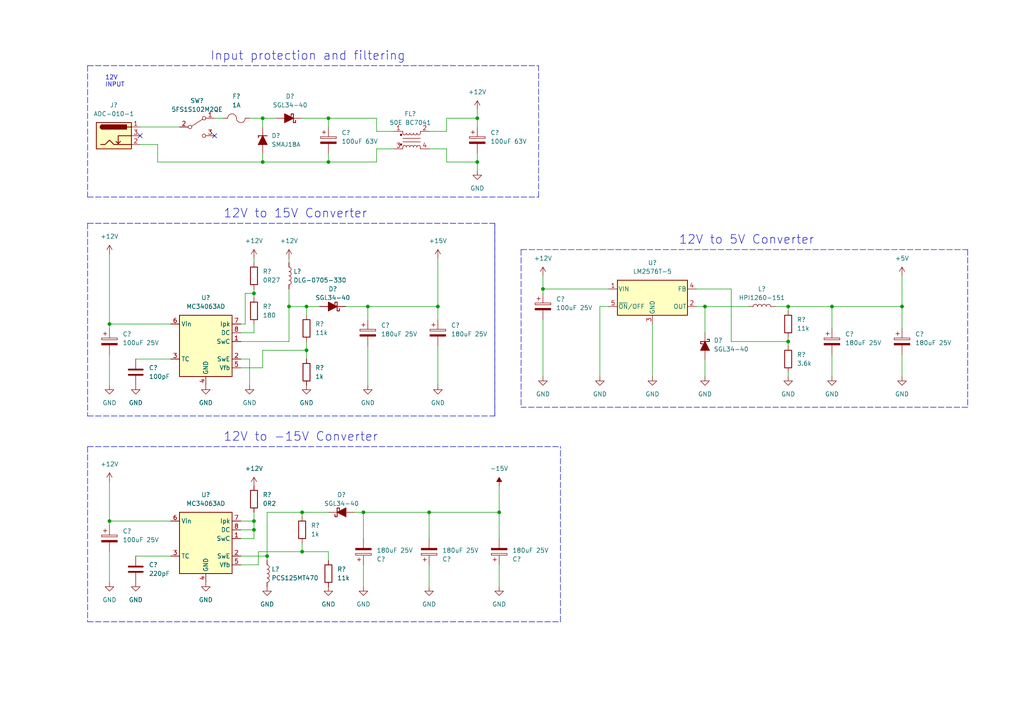
<source format=kicad_sch>
(kicad_sch (version 20211123) (generator eeschema)
  (paper "A4")
  (lib_symbols
    (symbol "4ms_Power-symbol:GND" (power) (pin_names (offset 0))
      (property "Value" "GND" (at 0 -3.81 0))
      (symbol "GND_0_1"
        (polyline (pts (xy 0 0) (xy 0 -1.27) (xy 1.27 -1.27) (xy 0 -2.54) (xy -1.27 -1.27) (xy 0 -1.27)))
      )
      (symbol "GND_1_1"
        (pin power_in line (at 0 0 270) (length 0) hide (name "GND") (number "1"))
      )
    )
    (symbol "Connector:Barrel_Jack_Switch" (pin_names hide)
      (property "Reference" "J" (at 0 5.334 0))
      (property "Value" "Barrel_Jack_Switch" (at 0 -5.08 0))
      (symbol "Barrel_Jack_Switch_0_1"
        (rectangle (start -5.08 3.81) (end 5.08 -3.81) (stroke (width 0.254)) (fill (type background)))
        (arc (start -3.302 3.175) (mid -3.937 2.54) (end -3.302 1.905) (stroke (width 0.254)))
        (arc (start -3.302 3.175) (mid -3.937 2.54) (end -3.302 1.905) (stroke (width 0.254)) (fill (type outline)))
        (polyline (pts (xy 1.27 -2.286) (xy 1.905 -1.651)) (stroke (width 0.254)))
        (polyline (pts (xy 5.08 2.54) (xy 3.81 2.54)) (stroke (width 0.254)))
        (polyline (pts (xy 5.08 0) (xy 1.27 0) (xy 1.27 -2.286) (xy 0.635 -1.651)) (stroke (width 0.254)))
        (polyline (pts (xy -3.81 -2.54) (xy -2.54 -2.54) (xy -1.27 -1.27) (xy 0 -2.54) (xy 2.54 -2.54) (xy 5.08 -2.54)) (stroke (width 0.254)))
        (rectangle (start 3.683 3.175) (end -3.302 1.905) (stroke (width 0.254)) (fill (type outline)))
      )
      (symbol "Barrel_Jack_Switch_1_1"
        (pin passive line (at 7.62 2.54 180) (length 2.54) (name "~") (number "1"))
        (pin passive line (at 7.62 -2.54 180) (length 2.54) (name "~") (number "2"))
        (pin passive line (at 7.62 0 180) (length 2.54) (name "~") (number "3"))
      )
    )
    (symbol "Device:C" (pin_numbers hide) (pin_names (offset 0.254))
      (property "Reference" "C" (at 0.635 2.54 0))
      (property "Value" "C" (at 0.635 -2.54 0))
      (symbol "C_0_1"
        (polyline (pts (xy -2.032 -0.762) (xy 2.032 -0.762)) (stroke (width 0.508)))
        (polyline (pts (xy -2.032 0.762) (xy 2.032 0.762)) (stroke (width 0.508)))
      )
      (symbol "C_1_1"
        (pin passive line (at 0 3.81 270) (length 2.794) (name "~") (number "1"))
        (pin passive line (at 0 -3.81 90) (length 2.794) (name "~") (number "2"))
      )
    )
    (symbol "Device:C_Polarized" (pin_numbers hide) (pin_names (offset 0.254))
      (property "Reference" "C" (at 0.635 2.54 0))
      (property "Value" "C_Polarized" (at 0.635 -2.54 0))
      (symbol "C_Polarized_0_1"
        (rectangle (start -2.286 0.508) (end 2.286 1.016))
        (polyline (pts (xy -1.778 2.286) (xy -0.762 2.286)))
        (polyline (pts (xy -1.27 2.794) (xy -1.27 1.778)))
        (rectangle (start 2.286 -0.508) (end -2.286 -1.016) (fill (type outline)))
      )
      (symbol "C_Polarized_1_1"
        (pin passive line (at 0 3.81 270) (length 2.794) (name "~") (number "1"))
        (pin passive line (at 0 -3.81 90) (length 2.794) (name "~") (number "2"))
      )
    )
    (symbol "Device:Filter_EMI_CommonMode" (pin_names (offset 0.254) hide)
      (property "Reference" "FL" (at 0 4.445 0))
      (property "Value" "Filter_EMI_CommonMode" (at 0 -4.445 0))
      (symbol "Filter_EMI_CommonMode_0_1"
        (circle (center -3.048 -1.27) (radius 0.254) (fill (type outline)))
        (circle (center -3.048 1.524) (radius 0.254) (fill (type outline)))
        (arc (start -2.54 2.032) (mid -2.032 1.524) (end -1.524 2.032))
        (arc (start -1.524 -2.032) (mid -2.032 -1.524) (end -2.54 -2.032))
        (arc (start -1.524 2.032) (mid -1.016 1.524) (end -0.508 2.032))
        (arc (start -0.508 -2.032) (mid -1.016 -1.524) (end -1.524 -2.032))
        (arc (start -0.508 2.032) (mid 0 1.524) (end 0.508 2.032))
        (polyline (pts (xy -2.54 -2.032) (xy -2.54 -2.54)))
        (polyline (pts (xy -2.54 0.508) (xy 2.54 0.508)))
        (polyline (pts (xy -2.54 2.032) (xy -2.54 2.54)))
        (polyline (pts (xy 2.54 -2.032) (xy 2.54 -2.54)))
        (polyline (pts (xy 2.54 -0.508) (xy -2.54 -0.508)))
        (polyline (pts (xy 2.54 2.54) (xy 2.54 2.032)))
        (arc (start 0.508 -2.032) (mid 0 -1.524) (end -0.508 -2.032))
        (arc (start 0.508 2.032) (mid 1.016 1.524) (end 1.524 2.032))
        (arc (start 1.524 -2.032) (mid 1.016 -1.524) (end 0.508 -2.032))
        (arc (start 1.524 2.032) (mid 2.032 1.524) (end 2.54 2.032))
        (arc (start 2.54 -2.032) (mid 2.032 -1.524) (end 1.524 -2.032))
      )
      (symbol "Filter_EMI_CommonMode_1_1"
        (pin passive line (at -5.08 2.54 0) (length 2.54) (name "1") (number "1"))
        (pin passive line (at 5.08 2.54 180) (length 2.54) (name "2") (number "2"))
        (pin passive line (at -5.08 -2.54 0) (length 2.54) (name "3") (number "3"))
        (pin passive line (at 5.08 -2.54 180) (length 2.54) (name "4") (number "4"))
      )
    )
    (symbol "Device:L" (pin_numbers hide) (pin_names (offset 1.016) hide)
      (property "Reference" "L" (at -1.27 0 90))
      (property "Value" "L" (at 1.905 0 90))
      (symbol "L_0_1"
        (arc (start 0 -2.54) (mid 0.635 -1.905) (end 0 -1.27))
        (arc (start 0 -1.27) (mid 0.635 -0.635) (end 0 0))
        (arc (start 0 0) (mid 0.635 0.635) (end 0 1.27))
        (arc (start 0 1.27) (mid 0.635 1.905) (end 0 2.54))
      )
      (symbol "L_1_1"
        (pin passive line (at 0 3.81 270) (length 1.27) (name "1") (number "1"))
        (pin passive line (at 0 -3.81 90) (length 1.27) (name "2") (number "2"))
      )
    )
    (symbol "Device:R" (pin_numbers hide) (pin_names (offset 0))
      (property "Reference" "R" (at 2.032 0 90))
      (property "Value" "R" (at 0 0 90))
      (symbol "R_0_1"
        (rectangle (start -1.016 -2.54) (end 1.016 2.54) (stroke (width 0.254)))
      )
      (symbol "R_1_1"
        (pin passive line (at 0 3.81 270) (length 1.27) (name "~") (number "1"))
        (pin passive line (at 0 -3.81 90) (length 1.27) (name "~") (number "2"))
      )
    )
    (symbol "Device_AKL:Fuse" (pin_numbers hide) (pin_names (offset 0))
      (property "Reference" "F" (at 0 4.572 0))
      (property "Value" "Fuse" (at 0 3.175 0))
      (symbol "Fuse_0_1"
        (arc (start 0 0) (mid -1.27 1.27) (end -2.54 0))
        (arc (start 0 0) (mid 1.27 -1.27) (end 2.54 0))
      )
      (symbol "Fuse_1_1"
        (pin passive line (at -3.81 0 0) (length 1.27) (name "~") (number "1"))
        (pin passive line (at 3.81 0 180) (length 1.27) (name "~") (number "2"))
      )
    )
    (symbol "Diode_Schottky_AKL:SGL34-40" (pin_numbers hide) (pin_names (offset 1.016) hide)
      (property "Reference" "D" (at 0 5.08 0))
      (property "Value" "SGL34-40" (at 0 2.54 0))
      (symbol "SGL34-40_0_1"
        (polyline (pts (xy -1.27 0) (xy 1.27 0)))
        (polyline (pts (xy -1.27 -1.27) (xy -1.27 1.27) (xy 1.27 0) (xy -1.27 -1.27)) (stroke (width 0.254)) (fill (type outline)))
        (polyline (pts (xy 1.905 -0.635) (xy 1.905 -1.27) (xy 1.27 -1.27) (xy 1.27 1.27) (xy 0.635 1.27) (xy 0.635 0.635)) (stroke (width 0.254)))
      )
      (symbol "SGL34-40_1_1"
        (pin passive line (at 3.81 0 180) (length 2.54) (name "K") (number "1"))
        (pin passive line (at -3.81 0 0) (length 2.54) (name "A") (number "2"))
      )
    )
    (symbol "Diode_TVS_AKL:SMAJ18A" (pin_numbers hide) (pin_names (offset 1.016) hide)
      (property "Reference" "D" (at 0 5.08 0))
      (property "Value" "SMAJ18A" (at 0 2.54 0))
      (symbol "SMAJ18A_0_1"
        (polyline (pts (xy -1.27 0) (xy 1.27 0)))
        (polyline (pts (xy 1.27 -1.27) (xy 1.27 1.27)) (stroke (width 0.254)))
        (polyline (pts (xy 1.27 1.27) (xy 0.762 1.27)) (stroke (width 0.254)))
        (polyline (pts (xy -1.27 1.27) (xy -1.27 -1.27) (xy 1.27 0) (xy -1.27 1.27)) (stroke (width 0.254)) (fill (type outline)))
      )
      (symbol "SMAJ18A_1_1"
        (pin passive line (at 3.81 0 180) (length 2.54) (name "K") (number "1"))
        (pin passive line (at -3.81 0 0) (length 2.54) (name "A") (number "2"))
      )
    )
    (symbol "Regulator_Switching:LM2576T-5" (pin_names (offset 0.254))
      (property "Reference" "U" (at -10.16 6.35 0))
      (property "Value" "LM2576T-5" (at 0 6.35 0))
      (symbol "LM2576T-5_0_1"
        (rectangle (start -10.16 5.08) (end 10.16 -5.08) (stroke (width 0.254)) (fill (type background)))
      )
      (symbol "LM2576T-5_1_1"
        (pin power_in line (at -12.7 2.54 0) (length 2.54) (name "VIN") (number "1"))
        (pin output line (at 12.7 -2.54 180) (length 2.54) (name "OUT") (number "2"))
        (pin power_in line (at 0 -7.62 90) (length 2.54) (name "GND") (number "3"))
        (pin input line (at 12.7 2.54 180) (length 2.54) (name "FB") (number "4"))
        (pin input line (at -12.7 -2.54 0) (length 2.54) (name "~{ON}/OFF") (number "5"))
      )
    )
    (symbol "Regulator_Switching:MC34063AD"
      (property "Reference" "U" (at -7.62 8.89 0))
      (property "Value" "MC34063AD" (at 0 8.89 0))
      (symbol "MC34063AD_0_1"
        (rectangle (start -7.62 7.62) (end 7.62 -10.16) (stroke (width 0.254)) (fill (type background)))
      )
      (symbol "MC34063AD_1_1"
        (pin open_collector line (at 10.16 0 180) (length 2.54) (name "SwC") (number "1"))
        (pin open_emitter line (at 10.16 -5.08 180) (length 2.54) (name "SwE") (number "2"))
        (pin passive line (at -10.16 -5.08 0) (length 2.54) (name "TC") (number "3"))
        (pin power_in line (at 0 -12.7 90) (length 2.54) (name "GND") (number "4"))
        (pin input line (at 10.16 -7.62 180) (length 2.54) (name "Vfb") (number "5"))
        (pin power_in line (at -10.16 5.08 0) (length 2.54) (name "Vin") (number "6"))
        (pin input line (at 10.16 5.08 180) (length 2.54) (name "Ipk") (number "7"))
        (pin open_collector line (at 10.16 2.54 180) (length 2.54) (name "DC") (number "8"))
      )
    )
    (symbol "Switch:SW_SPDT" (pin_names (offset 0) hide)
      (property "Reference" "SW" (at 0 4.318 0))
      (property "Value" "SW_SPDT" (at 0 -5.08 0))
      (symbol "SW_SPDT_0_0"
        (circle (center -2.032 0) (radius 0.508))
        (circle (center 2.032 -2.54) (radius 0.508))
      )
      (symbol "SW_SPDT_0_1"
        (polyline (pts (xy -1.524 0.254) (xy 1.651 2.286)))
        (circle (center 2.032 2.54) (radius 0.508))
      )
      (symbol "SW_SPDT_1_1"
        (pin passive line (at 5.08 2.54 180) (length 2.54) (name "A") (number "1"))
        (pin passive line (at -5.08 0 0) (length 2.54) (name "B") (number "2"))
        (pin passive line (at 5.08 -2.54 180) (length 2.54) (name "C") (number "3"))
      )
    )
    (symbol "power:+12V" (power) (pin_names (offset 0))
      (property "Value" "+12V" (at 0 3.556 0))
      (symbol "+12V_0_1"
        (polyline (pts (xy -0.762 1.27) (xy 0 2.54)))
        (polyline (pts (xy 0 0) (xy 0 2.54)))
        (polyline (pts (xy 0 2.54) (xy 0.762 1.27)))
      )
      (symbol "+12V_1_1"
        (pin power_in line (at 0 0 90) (length 0) hide (name "+12V") (number "1"))
      )
    )
    (symbol "power:+15V" (power) (pin_names (offset 0))
      (property "Value" "+15V" (at 0 3.556 0))
      (symbol "+15V_0_1"
        (polyline (pts (xy -0.762 1.27) (xy 0 2.54)))
        (polyline (pts (xy 0 0) (xy 0 2.54)))
        (polyline (pts (xy 0 2.54) (xy 0.762 1.27)))
      )
      (symbol "+15V_1_1"
        (pin power_in line (at 0 0 90) (length 0) hide (name "+15V") (number "1"))
      )
    )
    (symbol "power:+5V" (power) (pin_names (offset 0))
      (property "Value" "+5V" (at 0 3.556 0))
      (symbol "+5V_0_1"
        (polyline (pts (xy -0.762 1.27) (xy 0 2.54)))
        (polyline (pts (xy 0 0) (xy 0 2.54)))
        (polyline (pts (xy 0 2.54) (xy 0.762 1.27)))
      )
      (symbol "+5V_1_1"
        (pin power_in line (at 0 0 90) (length 0) hide (name "+5V") (number "1"))
      )
    )
    (symbol "power:-15V" (power) (pin_names (offset 0))
      (property "Value" "-15V" (at 0 3.81 0))
      (symbol "-15V_0_0"
        (pin power_in line (at 0 0 90) (length 0) hide (name "-15V") (number "1"))
      )
      (symbol "-15V_0_1"
        (polyline (pts (xy 0 0) (xy 0 1.27) (xy 0.762 1.27) (xy 0 2.54) (xy -0.762 1.27) (xy 0 1.27)) (fill (type outline)))
      )
    )
  )
  (junction (at 31.75 93.98))
  (junction (at 105.41 148.59))
  (junction (at 241.3 88.9))
  (junction (at 73.66 85.09))
  (junction (at 88.9 88.9))
  (junction (at 138.43 46.99))
  (junction (at 106.68 88.9))
  (junction (at 77.47 161.29))
  (junction (at 95.25 46.99))
  (junction (at 83.82 88.9))
  (junction (at 73.66 151.13))
  (junction (at 127 88.9))
  (junction (at 228.6 99.06))
  (junction (at 73.66 153.67))
  (junction (at 261.62 88.9))
  (junction (at 138.43 34.29))
  (junction (at 95.25 34.29))
  (junction (at 204.47 88.9))
  (junction (at 88.9 101.6))
  (junction (at 144.78 148.59))
  (junction (at 228.6 88.9))
  (junction (at 124.46 148.59))
  (junction (at 76.2 46.99))
  (junction (at 76.2 34.29))
  (junction (at 87.63 148.59))
  (junction (at 31.75 151.13))
  (junction (at 87.63 160.02))
  (junction (at 157.48 83.82))
  (no_connect (at 62.23 39.37))
  (no_connect (at 40.64 39.37))
  (wire (pts (xy 87.63 148.59) (xy 95.25 148.59)))
  (wire (pts (xy 83.82 99.06) (xy 83.82 88.9)))
  (wire (pts (xy 228.6 99.06) (xy 228.6 100.33)))
  (wire (pts (xy 144.78 148.59) (xy 144.78 156.21)))
  (wire (pts (xy 69.85 163.83) (xy 74.93 163.83)))
  (wire (pts (xy 88.9 88.9) (xy 83.82 88.9)))
  (wire (pts (xy 69.85 106.68) (xy 76.2 106.68)))
  (wire (pts (xy 212.09 99.06) (xy 212.09 83.82)))
  (wire (pts (xy 102.87 148.59) (xy 105.41 148.59)))
  (wire (pts (xy 88.9 99.06) (xy 88.9 101.6)))
  (polyline (pts (xy 143.51 120.65) (xy 143.51 64.77)))
  (wire (pts (xy 69.85 93.98) (xy 71.12 93.98)))
  (polyline (pts (xy 25.4 129.54) (xy 25.4 180.34)))
  (wire (pts (xy 39.37 161.29) (xy 49.53 161.29)))
  (wire (pts (xy 106.68 88.9) (xy 106.68 92.71)))
  (wire (pts (xy 73.66 96.52) (xy 73.66 93.98)))
  (wire (pts (xy 69.85 161.29) (xy 77.47 161.29)))
  (wire (pts (xy 83.82 83.82) (xy 83.82 88.9)))
  (wire (pts (xy 100.33 88.9) (xy 106.68 88.9)))
  (wire (pts (xy 144.78 163.83) (xy 144.78 170.18)))
  (polyline (pts (xy 156.21 57.15) (xy 156.21 19.05)))
  (wire (pts (xy 138.43 46.99) (xy 138.43 49.53)))
  (wire (pts (xy 77.47 161.29) (xy 77.47 162.56)))
  (wire (pts (xy 77.47 148.59) (xy 87.63 148.59)))
  (wire (pts (xy 212.09 83.82) (xy 201.93 83.82)))
  (polyline (pts (xy 151.13 72.39) (xy 280.67 72.39)))
  (wire (pts (xy 71.12 93.98) (xy 71.12 85.09)))
  (polyline (pts (xy 151.13 72.39) (xy 151.13 118.11)))
  (wire (pts (xy 31.75 102.87) (xy 31.75 111.76)))
  (wire (pts (xy 105.41 163.83) (xy 105.41 170.18)))
  (polyline (pts (xy 25.4 180.34) (xy 162.56 180.34)))
  (wire (pts (xy 127 100.33) (xy 127 111.76)))
  (wire (pts (xy 228.6 107.95) (xy 228.6 109.22)))
  (wire (pts (xy 73.66 148.59) (xy 73.66 151.13)))
  (wire (pts (xy 71.12 85.09) (xy 73.66 85.09)))
  (wire (pts (xy 228.6 88.9) (xy 241.3 88.9)))
  (polyline (pts (xy 280.67 118.11) (xy 151.13 118.11)))
  (wire (pts (xy 31.75 93.98) (xy 49.53 93.98)))
  (wire (pts (xy 69.85 96.52) (xy 73.66 96.52)))
  (wire (pts (xy 31.75 151.13) (xy 49.53 151.13)))
  (wire (pts (xy 241.3 88.9) (xy 261.62 88.9)))
  (wire (pts (xy 204.47 104.14) (xy 204.47 109.22)))
  (wire (pts (xy 74.93 160.02) (xy 87.63 160.02)))
  (wire (pts (xy 69.85 151.13) (xy 73.66 151.13)))
  (wire (pts (xy 88.9 101.6) (xy 88.9 104.14)))
  (wire (pts (xy 228.6 99.06) (xy 212.09 99.06)))
  (wire (pts (xy 72.39 34.29) (xy 76.2 34.29)))
  (wire (pts (xy 157.48 85.09) (xy 157.48 83.82)))
  (wire (pts (xy 124.46 148.59) (xy 144.78 148.59)))
  (wire (pts (xy 31.75 152.4) (xy 31.75 151.13)))
  (wire (pts (xy 127 88.9) (xy 127 92.71)))
  (polyline (pts (xy 162.56 180.34) (xy 162.56 129.54)))
  (polyline (pts (xy 143.51 64.77) (xy 143.51 120.65)))
  (wire (pts (xy 109.22 34.29) (xy 109.22 38.1)))
  (wire (pts (xy 109.22 38.1) (xy 114.3 38.1)))
  (wire (pts (xy 124.46 43.18) (xy 129.54 43.18)))
  (wire (pts (xy 76.2 34.29) (xy 76.2 36.83)))
  (wire (pts (xy 31.75 160.02) (xy 31.75 168.91)))
  (wire (pts (xy 39.37 104.14) (xy 49.53 104.14)))
  (wire (pts (xy 69.85 104.14) (xy 72.39 104.14)))
  (wire (pts (xy 228.6 97.79) (xy 228.6 99.06)))
  (wire (pts (xy 173.99 88.9) (xy 176.53 88.9)))
  (wire (pts (xy 95.25 46.99) (xy 109.22 46.99)))
  (wire (pts (xy 45.72 46.99) (xy 76.2 46.99)))
  (wire (pts (xy 62.23 34.29) (xy 64.77 34.29)))
  (wire (pts (xy 45.72 41.91) (xy 45.72 46.99)))
  (wire (pts (xy 95.25 46.99) (xy 95.25 44.45)))
  (wire (pts (xy 87.63 160.02) (xy 87.63 157.48)))
  (wire (pts (xy 157.48 92.71) (xy 157.48 109.22)))
  (wire (pts (xy 224.79 88.9) (xy 228.6 88.9)))
  (wire (pts (xy 138.43 34.29) (xy 138.43 36.83)))
  (wire (pts (xy 31.75 139.7) (xy 31.75 151.13)))
  (wire (pts (xy 76.2 34.29) (xy 80.01 34.29)))
  (polyline (pts (xy 25.4 129.54) (xy 162.56 129.54)))
  (wire (pts (xy 189.23 93.98) (xy 189.23 109.22)))
  (wire (pts (xy 241.3 102.87) (xy 241.3 109.22)))
  (wire (pts (xy 31.75 95.25) (xy 31.75 93.98)))
  (polyline (pts (xy 25.4 64.77) (xy 143.51 64.77)))
  (wire (pts (xy 40.64 41.91) (xy 45.72 41.91)))
  (wire (pts (xy 76.2 101.6) (xy 88.9 101.6)))
  (wire (pts (xy 261.62 102.87) (xy 261.62 109.22)))
  (wire (pts (xy 261.62 88.9) (xy 261.62 95.25)))
  (wire (pts (xy 157.48 80.01) (xy 157.48 83.82)))
  (wire (pts (xy 87.63 148.59) (xy 87.63 149.86)))
  (wire (pts (xy 228.6 88.9) (xy 228.6 90.17)))
  (wire (pts (xy 157.48 83.82) (xy 176.53 83.82)))
  (wire (pts (xy 127 74.93) (xy 127 88.9)))
  (polyline (pts (xy 25.4 57.15) (xy 156.21 57.15)))
  (wire (pts (xy 109.22 43.18) (xy 114.3 43.18)))
  (wire (pts (xy 144.78 140.97) (xy 144.78 148.59)))
  (wire (pts (xy 241.3 88.9) (xy 241.3 95.25)))
  (wire (pts (xy 129.54 34.29) (xy 138.43 34.29)))
  (wire (pts (xy 129.54 46.99) (xy 138.43 46.99)))
  (wire (pts (xy 83.82 74.93) (xy 83.82 76.2)))
  (wire (pts (xy 138.43 31.75) (xy 138.43 34.29)))
  (wire (pts (xy 124.46 163.83) (xy 124.46 170.18)))
  (wire (pts (xy 204.47 88.9) (xy 204.47 96.52)))
  (wire (pts (xy 87.63 160.02) (xy 95.25 160.02)))
  (wire (pts (xy 73.66 153.67) (xy 73.66 151.13)))
  (wire (pts (xy 69.85 153.67) (xy 73.66 153.67)))
  (wire (pts (xy 73.66 85.09) (xy 73.66 83.82)))
  (wire (pts (xy 31.75 73.66) (xy 31.75 93.98)))
  (wire (pts (xy 129.54 43.18) (xy 129.54 46.99)))
  (wire (pts (xy 74.93 163.83) (xy 74.93 160.02)))
  (wire (pts (xy 73.66 74.93) (xy 73.66 76.2)))
  (wire (pts (xy 40.64 36.83) (xy 52.07 36.83)))
  (wire (pts (xy 105.41 148.59) (xy 105.41 156.21)))
  (wire (pts (xy 106.68 88.9) (xy 127 88.9)))
  (wire (pts (xy 76.2 106.68) (xy 76.2 101.6)))
  (polyline (pts (xy 25.4 120.65) (xy 143.51 120.65)))
  (wire (pts (xy 124.46 148.59) (xy 124.46 156.21)))
  (wire (pts (xy 69.85 99.06) (xy 83.82 99.06)))
  (polyline (pts (xy 25.4 64.77) (xy 25.4 120.65)))
  (wire (pts (xy 77.47 148.59) (xy 77.47 161.29)))
  (wire (pts (xy 106.68 100.33) (xy 106.68 111.76)))
  (wire (pts (xy 95.25 160.02) (xy 95.25 162.56)))
  (wire (pts (xy 69.85 156.21) (xy 73.66 156.21)))
  (wire (pts (xy 124.46 38.1) (xy 129.54 38.1)))
  (wire (pts (xy 72.39 104.14) (xy 72.39 111.76)))
  (wire (pts (xy 73.66 85.09) (xy 73.66 86.36)))
  (wire (pts (xy 87.63 34.29) (xy 95.25 34.29)))
  (polyline (pts (xy 25.4 19.05) (xy 156.21 19.05)))
  (wire (pts (xy 261.62 80.01) (xy 261.62 88.9)))
  (wire (pts (xy 76.2 44.45) (xy 76.2 46.99)))
  (wire (pts (xy 109.22 46.99) (xy 109.22 43.18)))
  (wire (pts (xy 201.93 88.9) (xy 204.47 88.9)))
  (wire (pts (xy 95.25 34.29) (xy 109.22 34.29)))
  (wire (pts (xy 88.9 91.44) (xy 88.9 88.9)))
  (wire (pts (xy 129.54 38.1) (xy 129.54 34.29)))
  (wire (pts (xy 138.43 46.99) (xy 138.43 44.45)))
  (wire (pts (xy 95.25 34.29) (xy 95.25 36.83)))
  (wire (pts (xy 73.66 156.21) (xy 73.66 153.67)))
  (wire (pts (xy 88.9 88.9) (xy 92.71 88.9)))
  (wire (pts (xy 204.47 88.9) (xy 217.17 88.9)))
  (wire (pts (xy 173.99 88.9) (xy 173.99 109.22)))
  (polyline (pts (xy 25.4 19.05) (xy 25.4 57.15)))
  (wire (pts (xy 76.2 46.99) (xy 95.25 46.99)))
  (polyline (pts (xy 280.67 72.39) (xy 280.67 118.11)))
  (wire (pts (xy 105.41 148.59) (xy 124.46 148.59)))
  (text "12V to 5V Converter" (at 196.85 71.12 0) (effects (font (size 2.54 2.54)) (justify left bottom)))
  (text "Input protection and filtering" (at 60.96 17.78 0) (effects (font (size 2.54 2.54)) (justify left bottom)))
  (text "12V\nINPUT" (at 30.48 25.4 0) (effects (font (size 1.27 1.27)) (justify left bottom)))
  (text "12V to 15V Converter" (at 64.77 63.5 0) (effects (font (size 2.54 2.54)) (justify left bottom)))
  (text "12V to -15V Converter" (at 64.77 128.27 0) (effects (font (size 2.54 2.54)) (justify left bottom)))
  (symbol (lib_id "Connector:Barrel_Jack_Switch") (at 33.02 39.37 0) (unit 1)
    (property "Reference" "J?" (at 33.02 30.48 0))
    (property "Value" "ADC-010-1" (at 33.02 33.02 0))
    (property "Footprint" "Custom:ADC-010-1" (effects hide))
  )
  (symbol (lib_id "4ms_Power-symbol:GND") (at 261.62 109.22 0) (unit 1)
    (property "Reference" "#PWR?" (effects hide))
    (property "Value" "GND" (at 261.62 114.3 0))
  )
  (symbol (lib_id "Diode_Schottky_AKL:SGL34-40") (at 96.52 88.9 0) (unit 1)
    (property "Reference" "D?" (at 96.52 83.82 0))
    (property "Value" "SGL34-40" (at 96.52 86.36 0))
    (property "Footprint" "Diode_SMD_AKL:D_MiniMELF" (effects hide))
    (property "Datasheet" "https://www.tme.eu/Document/395b4188ea79c854ccefe21adefbdce7/sgl34.pdf" (effects hide))
  )
  (symbol (lib_id "4ms_Power-symbol:GND") (at 173.99 109.22 0) (unit 1)
    (property "Reference" "#PWR?" (effects hide))
    (property "Value" "GND" (at 173.99 114.3 0))
  )
  (symbol (lib_id "Device:C_Polarized") (at 106.68 96.52 0) (unit 1)
    (property "Reference" "C?" (at 110.49 94.3609 0) (effects (justify left)))
    (property "Value" "180uF 25V" (at 110.49 96.9009 0) (effects (justify left)))
    (property "Footprint" "Capacitor_SMD_AKL:CP_Elec_6.3x7.7" (effects hide))
    (property "Datasheet" "https://www.tme.eu/pl/details/eehzke181xup/kondensatory-hybrydowe-smd/panasonic/" (effects hide))
  )
  (symbol (lib_id "power:+12V") (at 31.75 139.7 0) (unit 1)
    (property "Reference" "#PWR?" (effects hide))
    (property "Value" "+12V" (at 31.75 134.62 0))
  )
  (symbol (lib_id "4ms_Power-symbol:GND") (at 31.75 168.91 0) (unit 1)
    (property "Reference" "#PWR?" (effects hide))
    (property "Value" "GND" (at 31.75 173.99 0))
  )
  (symbol (lib_id "Diode_Schottky_AKL:SGL34-40") (at 83.82 34.29 0) (unit 1)
    (property "Reference" "D?" (at 84.1375 27.94 0))
    (property "Value" "SGL34-40" (at 84.1375 30.48 0))
    (property "Footprint" "Diode_SMD_AKL:D_MiniMELF" (effects hide))
    (property "Datasheet" "https://www.tme.eu/Document/395b4188ea79c854ccefe21adefbdce7/sgl34.pdf" (effects hide))
  )
  (symbol (lib_id "4ms_Power-symbol:GND") (at 124.46 170.18 0) (unit 1)
    (property "Reference" "#PWR?" (effects hide))
    (property "Value" "GND" (at 124.46 175.26 0))
  )
  (symbol (lib_id "power:+5V") (at 261.62 80.01 0) (unit 1)
    (property "Reference" "#PWR?" (effects hide))
    (property "Value" "+5V" (at 261.62 74.93 0))
  )
  (symbol (lib_id "Device:C_Polarized") (at 157.48 88.9 0) (unit 1)
    (property "Reference" "C?" (at 161.29 86.7409 0) (effects (justify left)))
    (property "Value" "100uF 25V" (at 161.29 89.2809 0) (effects (justify left)))
    (property "Footprint" "Capacitor_SMD_AKL:CP_Elec_6.3x7.7" (effects hide))
    (property "Datasheet" "https://www.tme.eu/pl/details/eeefke101xap/kondensatory-elektr-smd-niskoimpedan/panasonic/" (effects hide))
  )
  (symbol (lib_id "Device:L") (at 77.47 166.37 0) (unit 1)
    (property "Reference" "L?" (at 78.74 165.1 0) (effects (justify left)))
    (property "Value" "PCS125MT470" (at 78.74 167.64 0) (effects (justify left)))
    (property "Footprint" "Inductor_SMD_AKL:L_12x12mm_H6mm" (effects hide))
  )
  (symbol (lib_id "Device:C_Polarized") (at 261.62 99.06 0) (unit 1)
    (property "Reference" "C?" (at 265.43 96.9009 0) (effects (justify left)))
    (property "Value" "180uF 25V" (at 265.43 99.4409 0) (effects (justify left)))
    (property "Footprint" "Capacitor_SMD_AKL:CP_Elec_6.3x7.7" (effects hide))
    (property "Datasheet" "https://www.tme.eu/pl/details/eehzke181xup/kondensatory-hybrydowe-smd/panasonic/" (effects hide))
  )
  (symbol (lib_id "Device:R") (at 73.66 80.01 180) (unit 1)
    (property "Reference" "R?" (at 76.2 78.7399 0) (effects (justify right)))
    (property "Value" "0R27" (at 76.2 81.2799 0) (effects (justify right)))
    (property "Footprint" "Resistor_SMD_AKL:R_MiniMELF_MMA-0204" (effects hide))
    (property "Datasheet" "https://www.tme.eu/pl/details/smdmm0204-0r27/rezystory-smd-minimelf-0204/vishay/mma02040c2707jb300/" (effects hide))
  )
  (symbol (lib_id "power:+12V") (at 31.75 73.66 0) (unit 1)
    (property "Reference" "#PWR?" (effects hide))
    (property "Value" "+12V" (at 31.75 68.58 0))
  )
  (symbol (lib_id "power:+12V") (at 138.43 31.75 0) (unit 1)
    (property "Reference" "#PWR?" (effects hide))
    (property "Value" "+12V" (at 138.43 26.67 0))
  )
  (symbol (lib_id "Device:R") (at 73.66 144.78 180) (unit 1)
    (property "Reference" "R?" (at 76.2 143.5099 0) (effects (justify right)))
    (property "Value" "0R2" (at 76.2 146.0499 0) (effects (justify right)))
    (property "Footprint" "Resistor_SMD_AKL:R_2512_6332Metric" (effects hide))
    (property "Datasheet" "https://www.tme.eu/pl/details/smdmm0204-0r27/rezystory-smd-minimelf-0204/vishay/mma02040c2707jb300/" (effects hide))
  )
  (symbol (lib_id "Regulator_Switching:LM2576T-5") (at 189.23 86.36 0) (unit 1)
    (property "Reference" "U?" (at 189.23 76.2 0))
    (property "Value" "LM2576T-5" (at 189.23 78.74 0))
    (property "Footprint" "Package_TO_SOT_THT_AKL:TO-220-5_P3.4x3.8mm_StaggerEven_Lead7.13mm_TabDown" (effects hide))
    (property "Datasheet" "http://www.ti.com/lit/ds/symlink/lm2576.pdf" (effects hide))
  )
  (symbol (lib_id "Device:R") (at 228.6 93.98 0) (unit 1)
    (property "Reference" "R?" (at 231.14 92.7099 0) (effects (justify left)))
    (property "Value" "11k" (at 231.14 95.2499 0) (effects (justify left)))
    (property "Footprint" "Resistor_SMD_AKL:R_0603_1608Metric" (effects hide))
  )
  (symbol (lib_id "Device:C_Polarized") (at 241.3 99.06 0) (unit 1)
    (property "Reference" "C?" (at 245.11 96.9009 0) (effects (justify left)))
    (property "Value" "180uF 25V" (at 245.11 99.4409 0) (effects (justify left)))
    (property "Footprint" "Capacitor_SMD_AKL:CP_Elec_6.3x7.7" (effects hide))
    (property "Datasheet" "https://www.tme.eu/pl/details/eehzke181xup/kondensatory-hybrydowe-smd/panasonic/" (effects hide))
  )
  (symbol (lib_id "Device_AKL:Fuse") (at 68.58 34.29 0) (unit 1)
    (property "Reference" "F?" (at 68.58 27.94 0))
    (property "Value" "1A" (at 68.58 30.48 0))
    (property "Footprint" "Fuse_AKL_Double:Fuseholder_Cylinder-5x20mm_Bulgin_FX0457_Horizontal_Closed" (effects hide))
    (property "Datasheet" "https://www.tme.eu/Document/d8b13062895a28f8c7bf99b006bb1010/PTF50.pdf" (effects hide))
  )
  (symbol (lib_id "4ms_Power-symbol:GND") (at 77.47 170.18 0) (unit 1)
    (property "Reference" "#PWR?" (effects hide))
    (property "Value" "GND" (at 77.47 175.26 0))
  )
  (symbol (lib_id "Regulator_Switching:MC34063AD") (at 59.69 99.06 0) (unit 1)
    (property "Reference" "U?" (at 59.69 86.36 0))
    (property "Value" "MC34063AD" (at 59.69 88.9 0))
    (property "Footprint" "Package_SO:SOIC-8_3.9x4.9mm_P1.27mm" (effects hide))
    (property "Datasheet" "http://www.onsemi.com/pub_link/Collateral/MC34063A-D.PDF" (effects hide))
  )
  (symbol (lib_id "power:+12V") (at 157.48 80.01 0) (unit 1)
    (property "Reference" "#PWR?" (effects hide))
    (property "Value" "+12V" (at 157.48 74.93 0))
  )
  (symbol (lib_id "4ms_Power-symbol:GND") (at 88.9 111.76 0) (unit 1)
    (property "Reference" "#PWR?" (effects hide))
    (property "Value" "GND" (at 88.9 116.84 0))
  )
  (symbol (lib_id "Device:C_Polarized") (at 124.46 160.02 0) (mirror x) (unit 1)
    (property "Reference" "C?" (at 128.27 162.1791 0) (effects (justify left)))
    (property "Value" "180uF 25V" (at 128.27 159.6391 0) (effects (justify left)))
    (property "Footprint" "Capacitor_SMD_AKL:CP_Elec_6.3x7.7" (effects hide))
    (property "Datasheet" "https://www.tme.eu/pl/details/eehzke181xup/kondensatory-hybrydowe-smd/panasonic/" (effects hide))
  )
  (symbol (lib_id "4ms_Power-symbol:GND") (at 157.48 109.22 0) (unit 1)
    (property "Reference" "#PWR?" (effects hide))
    (property "Value" "GND" (at 157.48 114.3 0))
  )
  (symbol (lib_id "Device:R") (at 73.66 90.17 0) (unit 1)
    (property "Reference" "R?" (at 76.2 88.8999 0) (effects (justify left)))
    (property "Value" "180" (at 76.2 91.4399 0) (effects (justify left)))
    (property "Footprint" "Resistor_SMD_AKL:R_0603_1608Metric" (effects hide))
  )
  (symbol (lib_id "4ms_Power-symbol:GND") (at 39.37 111.76 0) (unit 1)
    (property "Reference" "#PWR?" (effects hide))
    (property "Value" "GND" (at 39.37 116.84 0))
  )
  (symbol (lib_id "4ms_Power-symbol:GND") (at 228.6 109.22 0) (unit 1)
    (property "Reference" "#PWR?" (effects hide))
    (property "Value" "GND" (at 228.6 114.3 0))
  )
  (symbol (lib_id "power:-15V") (at 144.78 140.97 0) (unit 1)
    (property "Reference" "#PWR?" (effects hide))
    (property "Value" "-15V" (at 144.78 135.89 0))
  )
  (symbol (lib_id "Device:C") (at 39.37 165.1 0) (unit 1)
    (property "Reference" "C?" (at 43.18 163.8299 0) (effects (justify left)))
    (property "Value" "220pF" (at 43.18 166.3699 0) (effects (justify left)))
    (property "Footprint" "Capacitor_SMD_AKL:C_0603_1608Metric" (effects hide))
  )
  (symbol (lib_id "Device:C_Polarized") (at 105.41 160.02 0) (mirror x) (unit 1)
    (property "Reference" "C?" (at 109.22 162.1791 0) (effects (justify left)))
    (property "Value" "180uF 25V" (at 109.22 159.6391 0) (effects (justify left)))
    (property "Footprint" "Capacitor_SMD_AKL:CP_Elec_6.3x7.7" (effects hide))
    (property "Datasheet" "https://www.tme.eu/pl/details/eehzke181xup/kondensatory-hybrydowe-smd/panasonic/" (effects hide))
  )
  (symbol (lib_id "4ms_Power-symbol:GND") (at 59.69 168.91 0) (unit 1)
    (property "Reference" "#PWR?" (effects hide))
    (property "Value" "GND" (at 59.69 173.99 0))
  )
  (symbol (lib_id "4ms_Power-symbol:GND") (at 95.25 170.18 0) (unit 1)
    (property "Reference" "#PWR?" (effects hide))
    (property "Value" "GND" (at 95.25 175.26 0))
  )
  (symbol (lib_id "4ms_Power-symbol:GND") (at 39.37 168.91 0) (unit 1)
    (property "Reference" "#PWR?" (effects hide))
    (property "Value" "GND" (at 39.37 173.99 0))
  )
  (symbol (lib_id "4ms_Power-symbol:GND") (at 59.69 111.76 0) (unit 1)
    (property "Reference" "#PWR?" (effects hide))
    (property "Value" "GND" (at 59.69 116.84 0))
  )
  (symbol (lib_id "Device:R") (at 88.9 95.25 0) (unit 1)
    (property "Reference" "R?" (at 91.44 93.9799 0) (effects (justify left)))
    (property "Value" "11k" (at 91.44 96.5199 0) (effects (justify left)))
    (property "Footprint" "Resistor_SMD_AKL:R_0603_1608Metric" (effects hide))
  )
  (symbol (lib_id "4ms_Power-symbol:GND") (at 204.47 109.22 0) (unit 1)
    (property "Reference" "#PWR?" (effects hide))
    (property "Value" "GND" (at 204.47 114.3 0))
  )
  (symbol (lib_id "Device:C_Polarized") (at 144.78 160.02 0) (mirror x) (unit 1)
    (property "Reference" "C?" (at 148.59 162.1791 0) (effects (justify left)))
    (property "Value" "180uF 25V" (at 148.59 159.6391 0) (effects (justify left)))
    (property "Footprint" "Capacitor_SMD_AKL:CP_Elec_6.3x7.7" (effects hide))
    (property "Datasheet" "https://www.tme.eu/pl/details/eehzke181xup/kondensatory-hybrydowe-smd/panasonic/" (effects hide))
  )
  (symbol (lib_id "Device:C_Polarized") (at 31.75 156.21 0) (unit 1)
    (property "Reference" "C?" (at 35.56 154.0509 0) (effects (justify left)))
    (property "Value" "100uF 25V" (at 35.56 156.5909 0) (effects (justify left)))
    (property "Footprint" "Capacitor_SMD_AKL:CP_Elec_6.3x7.7" (effects hide))
    (property "Datasheet" "https://www.tme.eu/pl/details/eeefke101xap/kondensatory-elektr-smd-niskoimpedan/panasonic/" (effects hide))
  )
  (symbol (lib_id "Device:R") (at 228.6 104.14 0) (unit 1)
    (property "Reference" "R?" (at 231.14 102.8699 0) (effects (justify left)))
    (property "Value" "3.6k" (at 231.14 105.4099 0) (effects (justify left)))
    (property "Footprint" "Resistor_SMD_AKL:R_0603_1608Metric" (effects hide))
  )
  (symbol (lib_id "Device:Filter_EMI_CommonMode") (at 119.38 40.64 0) (unit 1)
    (property "Reference" "FL?" (at 118.999 33.02 0))
    (property "Value" "50E BC7041" (at 118.999 35.56 0))
    (property "Footprint" "Inductor_THT_AKL_Double:Choke_Schaffner_RN204-04-9.0x14.0mm" (effects hide))
  )
  (symbol (lib_id "Device:C_Polarized") (at 95.25 40.64 0) (unit 1)
    (property "Reference" "C?" (at 99.06 38.4809 0) (effects (justify left)))
    (property "Value" "100uF 63V" (at 99.06 41.0209 0) (effects (justify left)))
    (property "Footprint" "Capacitor_THT_AKL_Double:CP_Radial_D8.0mm_P5.00mm" (effects hide))
  )
  (symbol (lib_id "4ms_Power-symbol:GND") (at 138.43 49.53 0) (unit 1)
    (property "Reference" "#PWR?" (effects hide))
    (property "Value" "GND" (at 138.43 54.61 0))
  )
  (symbol (lib_id "power:+12V") (at 83.82 74.93 0) (unit 1)
    (property "Reference" "#PWR?" (effects hide))
    (property "Value" "+12V" (at 83.82 69.85 0))
  )
  (symbol (lib_id "4ms_Power-symbol:GND") (at 31.75 111.76 0) (unit 1)
    (property "Reference" "#PWR?" (effects hide))
    (property "Value" "GND" (at 31.75 116.84 0))
  )
  (symbol (lib_id "Device:C_Polarized") (at 31.75 99.06 0) (unit 1)
    (property "Reference" "C?" (at 35.56 96.9009 0) (effects (justify left)))
    (property "Value" "100uF 25V" (at 35.56 99.4409 0) (effects (justify left)))
    (property "Footprint" "Capacitor_SMD_AKL:CP_Elec_6.3x7.7" (effects hide))
    (property "Datasheet" "https://www.tme.eu/pl/details/eeefke101xap/kondensatory-elektr-smd-niskoimpedan/panasonic/" (effects hide))
  )
  (symbol (lib_id "4ms_Power-symbol:GND") (at 127 111.76 0) (unit 1)
    (property "Reference" "#PWR?" (effects hide))
    (property "Value" "GND" (at 127 116.84 0))
  )
  (symbol (lib_id "Device:C") (at 39.37 107.95 0) (unit 1)
    (property "Reference" "C?" (at 43.18 106.6799 0) (effects (justify left)))
    (property "Value" "100pF" (at 43.18 109.2199 0) (effects (justify left)))
    (property "Footprint" "Capacitor_SMD_AKL:C_0603_1608Metric" (effects hide))
  )
  (symbol (lib_id "Device:R") (at 87.63 153.67 0) (unit 1)
    (property "Reference" "R?" (at 90.17 152.3999 0) (effects (justify left)))
    (property "Value" "1k" (at 90.17 154.9399 0) (effects (justify left)))
    (property "Footprint" "Resistor_SMD_AKL:R_0603_1608Metric" (effects hide))
  )
  (symbol (lib_id "Regulator_Switching:MC34063AD") (at 59.69 156.21 0) (unit 1)
    (property "Reference" "U?" (at 59.69 143.51 0))
    (property "Value" "MC34063AD" (at 59.69 146.05 0))
    (property "Footprint" "Package_SO:SOIC-8_3.9x4.9mm_P1.27mm" (effects hide))
    (property "Datasheet" "http://www.onsemi.com/pub_link/Collateral/MC34063A-D.PDF" (effects hide))
  )
  (symbol (lib_id "4ms_Power-symbol:GND") (at 241.3 109.22 0) (unit 1)
    (property "Reference" "#PWR?" (effects hide))
    (property "Value" "GND" (at 241.3 114.3 0))
  )
  (symbol (lib_id "Device:C_Polarized") (at 138.43 40.64 0) (unit 1)
    (property "Reference" "C?" (at 142.24 38.4809 0) (effects (justify left)))
    (property "Value" "100uF 63V" (at 142.24 41.0209 0) (effects (justify left)))
    (property "Footprint" "Capacitor_THT_AKL_Double:CP_Radial_D8.0mm_P5.00mm" (effects hide))
  )
  (symbol (lib_id "Diode_Schottky_AKL:SGL34-40") (at 204.47 100.33 90) (unit 1)
    (property "Reference" "D?" (at 207.01 98.7424 90) (effects (justify right)))
    (property "Value" "SGL34-40" (at 207.01 101.2824 90) (effects (justify right)))
    (property "Footprint" "Diode_SMD_AKL:D_MiniMELF" (effects hide))
    (property "Datasheet" "https://www.tme.eu/Document/395b4188ea79c854ccefe21adefbdce7/sgl34.pdf" (effects hide))
  )
  (symbol (lib_id "4ms_Power-symbol:GND") (at 72.39 111.76 0) (unit 1)
    (property "Reference" "#PWR?" (effects hide))
    (property "Value" "GND" (at 72.39 116.84 0))
  )
  (symbol (lib_id "Device:R") (at 88.9 107.95 0) (unit 1)
    (property "Reference" "R?" (at 91.44 106.6799 0) (effects (justify left)))
    (property "Value" "1k" (at 91.44 109.2199 0) (effects (justify left)))
    (property "Footprint" "Resistor_SMD_AKL:R_0603_1608Metric" (effects hide))
  )
  (symbol (lib_id "4ms_Power-symbol:GND") (at 105.41 170.18 0) (unit 1)
    (property "Reference" "#PWR?" (effects hide))
    (property "Value" "GND" (at 105.41 175.26 0))
  )
  (symbol (lib_id "power:+12V") (at 73.66 140.97 0) (unit 1)
    (property "Reference" "#PWR?" (effects hide))
    (property "Value" "+12V" (at 73.66 135.89 0))
  )
  (symbol (lib_id "Device:C_Polarized") (at 127 96.52 0) (unit 1)
    (property "Reference" "C?" (at 130.81 94.3609 0) (effects (justify left)))
    (property "Value" "180uF 25V" (at 130.81 96.9009 0) (effects (justify left)))
    (property "Footprint" "Capacitor_SMD_AKL:CP_Elec_6.3x7.7" (effects hide))
    (property "Datasheet" "https://www.tme.eu/pl/details/eehzke181xup/kondensatory-hybrydowe-smd/panasonic/" (effects hide))
  )
  (symbol (lib_id "Diode_Schottky_AKL:SGL34-40") (at 99.06 148.59 0) (mirror y) (unit 1)
    (property "Reference" "D?" (at 99.06 143.51 0))
    (property "Value" "SGL34-40" (at 99.06 146.05 0))
    (property "Footprint" "Diode_SMD_AKL:D_MiniMELF" (effects hide))
    (property "Datasheet" "https://www.tme.eu/Document/395b4188ea79c854ccefe21adefbdce7/sgl34.pdf" (effects hide))
  )
  (symbol (lib_id "4ms_Power-symbol:GND") (at 106.68 111.76 0) (unit 1)
    (property "Reference" "#PWR?" (effects hide))
    (property "Value" "GND" (at 106.68 116.84 0))
  )
  (symbol (lib_id "Device:R") (at 95.25 166.37 0) (unit 1)
    (property "Reference" "R?" (at 97.79 165.0999 0) (effects (justify left)))
    (property "Value" "11k" (at 97.79 167.6399 0) (effects (justify left)))
    (property "Footprint" "Resistor_SMD_AKL:R_0603_1608Metric" (effects hide))
  )
  (symbol (lib_id "Device:L") (at 220.98 88.9 90) (unit 1)
    (property "Reference" "L?" (at 220.98 83.82 90))
    (property "Value" "HPI1260-151" (at 220.98 86.36 90))
    (property "Footprint" "Inductor_SMD_AKL:L_Wuerth_HCI-1365" (effects hide))
    (property "Datasheet" "https://www.tme.eu/pl/details/hpi1260-151/dlawiki-smd-mocy/ferrocore/" (effects hide))
  )
  (symbol (lib_id "4ms_Power-symbol:GND") (at 144.78 170.18 0) (unit 1)
    (property "Reference" "#PWR?" (effects hide))
    (property "Value" "GND" (at 144.78 175.26 0))
  )
  (symbol (lib_id "4ms_Power-symbol:GND") (at 189.23 109.22 0) (unit 1)
    (property "Reference" "#PWR?" (effects hide))
    (property "Value" "GND" (at 189.23 114.3 0))
  )
  (symbol (lib_id "power:+12V") (at 73.66 74.93 0) (unit 1)
    (property "Reference" "#PWR?" (effects hide))
    (property "Value" "+12V" (at 73.66 69.85 0))
  )
  (symbol (lib_id "Switch:SW_SPDT") (at 57.15 36.83 0) (unit 1)
    (property "Reference" "SW?" (at 57.15 29.21 0))
    (property "Value" "5FS1S102M2QE" (at 57.15 31.75 0))
    (property "Footprint" "Custom:5FS1S102M2QE" (effects hide))
  )
  (symbol (lib_id "power:+15V") (at 127 74.93 0) (unit 1)
    (property "Reference" "#PWR?" (effects hide))
    (property "Value" "+15V" (at 127 69.85 0))
  )
  (symbol (lib_id "Device:L") (at 83.82 80.01 0) (unit 1)
    (property "Reference" "L?" (at 85.09 78.74 0) (effects (justify left)))
    (property "Value" "DLG-0705-330" (at 85.09 81.28 0) (effects (justify left)))
    (property "Footprint" "Inductor_SMD_AKL:L_TDK_VLP8040" (effects hide))
  )
  (symbol (lib_id "Diode_TVS_AKL:SMAJ18A") (at 76.2 40.64 90) (unit 1)
    (property "Reference" "D?" (at 78.74 39.3699 90) (effects (justify right)))
    (property "Value" "SMAJ18A" (at 78.74 41.9099 90) (effects (justify right)))
    (property "Footprint" "Diode_SMD_AKL:D_SMA" (effects hide))
    (property "Datasheet" "https://www.tme.eu/Document/dbc72d81c249fe51b6ab42300e8e06d0/SMAJ_ser.pdf" (effects hide))
  )
)
</source>
